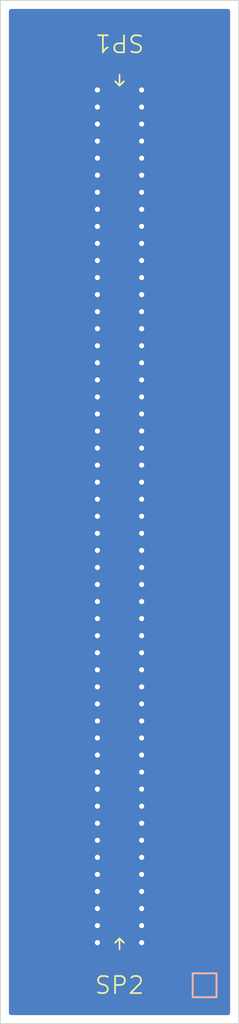
<source format=kicad_pcb>
(kicad_pcb (version 20240108) (generator "pcbnew") (generator_version "8.0")
  (layers (0 "F.Cu" signal) (31 "B.Cu" signal) (34 "B.Paste" user) (35 "F.Paste" user) (36 "B.SilkS" user "B.Silkscreen") (37 "F.SilkS" user "F.Silkscreen") (38 "B.Mask" user) (39 "F.Mask" user) (44 "Edge.Cuts" user))
  (net 0 "")
  (net 1 "GND")
  (footprint "SRS_sim:Simulation_Port" (layer "F.Cu") (at 150 60 180)
    (property "Reference" "SP1" (at 0 2.5 180) (layer "F.SilkS") (effects (font (thickness 0.1))))
    (property "Value" "Simulation_Port" (hide yes))
    (fp_line (start 0 0) (end 0.254 0.254) (stroke (width 0.1)) (layer "F.SilkS"))
    (fp_line (start 0 0) (end 0 0.635) (stroke (width 0.1)) (layer "F.SilkS"))
    (fp_line (start 0 0) (end -0.254 0.254) (stroke (width 0.1)) (layer "F.SilkS"))
  )
  (footprint "SRS_sim:Simulation_Port" (layer "F.Cu") (at 150 110)
    (property "Reference" "SP2" (at 0 2.75 0) (layer "F.SilkS") (effects (font (thickness 0.1))))
    (property "Value" "Simulation_Port" (hide yes))
    (fp_line (start 0 0) (end -0.254 0.254) (stroke (width 0.1)) (layer "F.SilkS"))
    (fp_line (start 0 0) (end 0 0.635) (stroke (width 0.1)) (layer "F.SilkS"))
    (fp_line (start 0 0) (end 0.254 0.254) (stroke (width 0.1)) (layer "F.SilkS"))
  )
  (footprint "TestPoint:TestPoint_Pad_1.0x1.0mm" (layer "B.Cu") (at 155 112.75 180)
    (property "Reference" "TP101" (hide yes))
    (property "Value" "TestPoint" (hide yes))
    (fp_line (start 0.7 0.7) (end -0.7 0.7) (stroke (width 0.12)) (layer "B.SilkS"))
    (fp_line (start 0.7 -0.7) (end 0.7 0.7) (stroke (width 0.12)) (layer "B.SilkS"))
    (fp_line (start -0.7 0.7) (end -0.7 -0.7) (stroke (width 0.12)) (layer "B.SilkS"))
    (fp_line (start -0.7 -0.7) (end 0.7 -0.7) (stroke (width 0.12)) (layer "B.SilkS"))
    (pad "1" smd rect (at 0 0 180) (size 1 1) (layers "B.Cu" "B.Mask") (net 1 "GND"))
  )
  (gr_rect (start 143 55) (end 157 115) (stroke (width 0.05)) (fill none) (layer "Edge.Cuts"))
  (via (at 148.7 60.25) (size 0.6) (drill 0.3) (layers "F.Cu" "B.Cu") (net 1))
  (via (at 148.7 63.25) (size 0.6) (drill 0.3) (layers "F.Cu" "B.Cu") (net 1))
  (via (at 148.7 74.25) (size 0.6) (drill 0.3) (layers "F.Cu" "B.Cu") (net 1))
  (via (at 148.7 87.25) (size 0.6) (drill 0.3) (layers "F.Cu" "B.Cu") (net 1))
  (via (at 148.7 90.25) (size 0.6) (drill 0.3) (layers "F.Cu" "B.Cu") (net 1))
  (via (at 148.7 95.25) (size 0.6) (drill 0.3) (layers "F.Cu" "B.Cu") (net 1))
  (via (at 148.7 76.25) (size 0.6) (drill 0.3) (layers "F.Cu" "B.Cu") (net 1))
  (via (at 148.7 108.25) (size 0.6) (drill 0.3) (layers "F.Cu" "B.Cu") (net 1))
  (via (at 148.7 80.25) (size 0.6) (drill 0.3) (layers "F.Cu" "B.Cu") (net 1))
  (via (at 151.3 101.25) (size 0.6) (drill 0.3) (layers "F.Cu" "B.Cu") (net 1))
  (via (at 148.7 64.25) (size 0.6) (drill 0.3) (layers "F.Cu" "B.Cu") (net 1))
  (via (at 151.3 83.25) (size 0.6) (drill 0.3) (layers "F.Cu" "B.Cu") (net 1))
  (via (at 148.7 93.25) (size 0.6) (drill 0.3) (layers "F.Cu" "B.Cu") (net 1))
  (via (at 148.7 101.25) (size 0.6) (drill 0.3) (layers "F.Cu" "B.Cu") (net 1))
  (via (at 151.3 104.25) (size 0.6) (drill 0.3) (layers "F.Cu" "B.Cu") (net 1))
  (via (at 151.3 77.25) (size 0.6) (drill 0.3) (layers "F.Cu" "B.Cu") (net 1))
  (via (at 151.3 76.25) (size 0.6) (drill 0.3) (layers "F.Cu" "B.Cu") (net 1))
  (via (at 151.3 110.25) (size 0.6) (drill 0.3) (layers "F.Cu" "B.Cu") (net 1))
  (via (at 151.3 64.25) (size 0.6) (drill 0.3) (layers "F.Cu" "B.Cu") (net 1))
  (via (at 151.3 88.25) (size 0.6) (drill 0.3) (layers "F.Cu" "B.Cu") (net 1))
  (via (at 151.3 84.25) (size 0.6) (drill 0.3) (layers "F.Cu" "B.Cu") (net 1))
  (via (at 151.3 85.25) (size 0.6) (drill 0.3) (layers "F.Cu" "B.Cu") (net 1))
  (via (at 148.7 97.25) (size 0.6) (drill 0.3) (layers "F.Cu" "B.Cu") (net 1))
  (via (at 148.7 79.25) (size 0.6) (drill 0.3) (layers "F.Cu" "B.Cu") (net 1))
  (via (at 151.3 94.25) (size 0.6) (drill 0.3) (layers "F.Cu" "B.Cu") (net 1))
  (via (at 148.7 65.25) (size 0.6) (drill 0.3) (layers "F.Cu" "B.Cu") (net 1))
  (via (at 148.7 85.25) (size 0.6) (drill 0.3) (layers "F.Cu" "B.Cu") (net 1))
  (via (at 151.3 102.25) (size 0.6) (drill 0.3) (layers "F.Cu" "B.Cu") (net 1))
  (via (at 151.3 73.25) (size 0.6) (drill 0.3) (layers "F.Cu" "B.Cu") (net 1))
  (via (at 151.3 100.25) (size 0.6) (drill 0.3) (layers "F.Cu" "B.Cu") (net 1))
  (via (at 151.3 86.25) (size 0.6) (drill 0.3) (layers "F.Cu" "B.Cu") (net 1))
  (via (at 151.3 63.25) (size 0.6) (drill 0.3) (layers "F.Cu" "B.Cu") (net 1))
  (via (at 151.3 75.25) (size 0.6) (drill 0.3) (layers "F.Cu" "B.Cu") (net 1))
  (via (at 151.3 92.25) (size 0.6) (drill 0.3) (layers "F.Cu" "B.Cu") (net 1))
  (via (at 148.7 94.25) (size 0.6) (drill 0.3) (layers "F.Cu" "B.Cu") (net 1))
  (via (at 148.7 60.25) (size 0.6) (drill 0.3) (layers "F.Cu" "B.Cu") (net 1))
  (via (at 151.3 65.25) (size 0.6) (drill 0.3) (layers "F.Cu" "B.Cu") (net 1))
  (via (at 151.3 78.25) (size 0.6) (drill 0.3) (layers "F.Cu" "B.Cu") (net 1))
  (via (at 148.7 105.25) (size 0.6) (drill 0.3) (layers "F.Cu" "B.Cu") (net 1))
  (via (at 148.7 103.25) (size 0.6) (drill 0.3) (layers "F.Cu" "B.Cu") (net 1))
  (via (at 148.7 61.25) (size 0.6) (drill 0.3) (layers "F.Cu" "B.Cu") (net 1))
  (via (at 148.7 99.25) (size 0.6) (drill 0.3) (layers "F.Cu" "B.Cu") (net 1))
  (via (at 151.3 108.25) (size 0.6) (drill 0.3) (layers "F.Cu" "B.Cu") (net 1))
  (via (at 148.7 75.25) (size 0.6) (drill 0.3) (layers "F.Cu" "B.Cu") (net 1))
  (via (at 148.7 66.25) (size 0.6) (drill 0.3) (layers "F.Cu" "B.Cu") (net 1))
  (via (at 148.7 110.25) (size 0.6) (drill 0.3) (layers "F.Cu" "B.Cu") (net 1))
  (via (at 148.7 92.25) (size 0.6) (drill 0.3) (layers "F.Cu" "B.Cu") (net 1))
  (via (at 151.3 74.25) (size 0.6) (drill 0.3) (layers "F.Cu" "B.Cu") (net 1))
  (via (at 151.3 81.25) (size 0.6) (drill 0.3) (layers "F.Cu" "B.Cu") (net 1))
  (via (at 148.7 89.25) (size 0.6) (drill 0.3) (layers "F.Cu" "B.Cu") (net 1))
  (via (at 148.7 67.25) (size 0.6) (drill 0.3) (layers "F.Cu" "B.Cu") (net 1))
  (via (at 148.7 102.25) (size 0.6) (drill 0.3) (layers "F.Cu" "B.Cu") (net 1))
  (via (at 148.7 73.25) (size 0.6) (drill 0.3) (layers "F.Cu" "B.Cu") (net 1))
  (via (at 151.3 67.25) (size 0.6) (drill 0.3) (layers "F.Cu" "B.Cu") (net 1))
  (via (at 151.3 70.25) (size 0.6) (drill 0.3) (layers "F.Cu" "B.Cu") (net 1))
  (via (at 151.3 93.25) (size 0.6) (drill 0.3) (layers "F.Cu" "B.Cu") (net 1))
  (via (at 151.3 98.25) (size 0.6) (drill 0.3) (layers "F.Cu" "B.Cu") (net 1))
  (via (at 151.3 109.25) (size 0.6) (drill 0.3) (layers "F.Cu" "B.Cu") (net 1))
  (via (at 151.3 68.25) (size 0.6) (drill 0.3) (layers "F.Cu" "B.Cu") (net 1))
  (via (at 148.7 69.25) (size 0.6) (drill 0.3) (layers "F.Cu" "B.Cu") (net 1))
  (via (at 151.3 105.25) (size 0.6) (drill 0.3) (layers "F.Cu" "B.Cu") (net 1))
  (via (at 151.3 79.25) (size 0.6) (drill 0.3) (layers "F.Cu" "B.Cu") (net 1))
  (via (at 148.7 77.25) (size 0.6) (drill 0.3) (layers "F.Cu" "B.Cu") (net 1))
  (via (at 148.7 86.25) (size 0.6) (drill 0.3) (layers "F.Cu" "B.Cu") (net 1))
  (via (at 151.3 96.25) (size 0.6) (drill 0.3) (layers "F.Cu" "B.Cu") (net 1))
  (via (at 148.7 106.25) (size 0.6) (drill 0.3) (layers "F.Cu" "B.Cu") (net 1))
  (via (at 151.3 66.25) (size 0.6) (drill 0.3) (layers "F.Cu" "B.Cu") (net 1))
  (via (at 148.7 82.25) (size 0.6) (drill 0.3) (layers "F.Cu" "B.Cu") (net 1))
  (via (at 151.3 99.25) (size 0.6) (drill 0.3) (layers "F.Cu" "B.Cu") (net 1))
  (via (at 148.7 96.25) (size 0.6) (drill 0.3) (layers "F.Cu" "B.Cu") (net 1))
  (via (at 151.3 107.25) (size 0.6) (drill 0.3) (layers "F.Cu" "B.Cu") (net 1))
  (via (at 151.3 72.25) (size 0.6) (drill 0.3) (layers "F.Cu" "B.Cu") (net 1))
  (via (at 148.7 70.25) (size 0.6) (drill 0.3) (layers "F.Cu" "B.Cu") (net 1))
  (via (at 151.3 60.25) (size 0.6) (drill 0.3) (layers "F.Cu" "B.Cu") (net 1))
  (via (at 148.7 100.25) (size 0.6) (drill 0.3) (layers "F.Cu" "B.Cu") (net 1))
  (via (at 148.7 88.25) (size 0.6) (drill 0.3) (layers "F.Cu" "B.Cu") (net 1))
  (via (at 151.3 71.25) (size 0.6) (drill 0.3) (layers "F.Cu" "B.Cu") (net 1))
  (via (at 148.7 81.25) (size 0.6) (drill 0.3) (layers "F.Cu" "B.Cu") (net 1))
  (via (at 148.7 84.25) (size 0.6) (drill 0.3) (layers "F.Cu" "B.Cu") (net 1))
  (via (at 148.7 98.25) (size 0.6) (drill 0.3) (layers "F.Cu" "B.Cu") (net 1))
  (via (at 148.7 83.25) (size 0.6) (drill 0.3) (layers "F.Cu" "B.Cu") (net 1))
  (via (at 151.3 80.25) (size 0.6) (drill 0.3) (layers "F.Cu" "B.Cu") (net 1))
  (via (at 148.7 107.25) (size 0.6) (drill 0.3) (layers "F.Cu" "B.Cu") (net 1))
  (via (at 148.7 91.25) (size 0.6) (drill 0.3) (layers "F.Cu" "B.Cu") (net 1))
  (via (at 151.3 87.25) (size 0.6) (drill 0.3) (layers "F.Cu" "B.Cu") (net 1))
  (via (at 151.3 69.25) (size 0.6) (drill 0.3) (layers "F.Cu" "B.Cu") (net 1))
  (via (at 151.3 62.25) (size 0.6) (drill 0.3) (layers "F.Cu" "B.Cu") (net 1))
  (via (at 151.3 91.25) (size 0.6) (drill 0.3) (layers "F.Cu" "B.Cu") (net 1))
  (via (at 148.7 78.25) (size 0.6) (drill 0.3) (layers "F.Cu" "B.Cu") (net 1))
  (via (at 151.3 61.25) (size 0.6) (drill 0.3) (layers "F.Cu" "B.Cu") (net 1))
  (via (at 151.3 89.25) (size 0.6) (drill 0.3) (layers "F.Cu" "B.Cu") (net 1))
  (via (at 148.7 109.25) (size 0.6) (drill 0.3) (layers "F.Cu" "B.Cu") (net 1))
  (via (at 151.3 95.25) (size 0.6) (drill 0.3) (layers "F.Cu" "B.Cu") (net 1))
  (via (at 151.3 106.25) (size 0.6) (drill 0.3) (layers "F.Cu" "B.Cu") (net 1))
  (via (at 148.7 68.25) (size 0.6) (drill 0.3) (layers "F.Cu" "B.Cu") (net 1))
  (via (at 151.3 90.25) (size 0.6) (drill 0.3) (layers "F.Cu" "B.Cu") (net 1))
  (via (at 148.7 72.25) (size 0.6) (drill 0.3) (layers "F.Cu" "B.Cu") (net 1))
  (via (at 151.3 103.25) (size 0.6) (drill 0.3) (layers "F.Cu" "B.Cu") (net 1))
  (via (at 151.3 97.25) (size 0.6) (drill 0.3) (layers "F.Cu" "B.Cu") (net 1))
  (via (at 148.7 104.25) (size 0.6) (drill 0.3) (layers "F.Cu" "B.Cu") (net 1))
  (via (at 148.7 71.25) (size 0.6) (drill 0.3) (layers "F.Cu" "B.Cu") (net 1))
  (via (at 148.7 62.25) (size 0.6) (drill 0.3) (layers "F.Cu" "B.Cu") (net 1))
  (via (at 151.3 82.25) (size 0.6) (drill 0.3) (layers "F.Cu" "B.Cu") (net 1))
  (zone (net 0) (net_name "") (layer "F.Cu") (priority 1) (connect_pads (clearance 0.3556)) (min_thickness 0.25) (fill yes (thermal_gap 0.5) (thermal_bridge_width 0.5) (island_removal_mode 1) (island_area_min 10))
    (polygon (pts (xy 149.365 60) (xy 150.635 60) (xy 150.635 110) (xy 149.365 110)))
  )
  (zone (net 1) (net_name "GND") (layers "F&B.Cu") (connect_pads yes (clearance 0.3556)) (min_thickness 0.25) (fill yes (thermal_gap 0.5) (thermal_bridge_width 0.5) (island_removal_mode 1) (island_area_min 10))
    (polygon (pts (xy 143 115) (xy 157 115) (xy 157 55) (xy 143 55)))
  )
)
</source>
